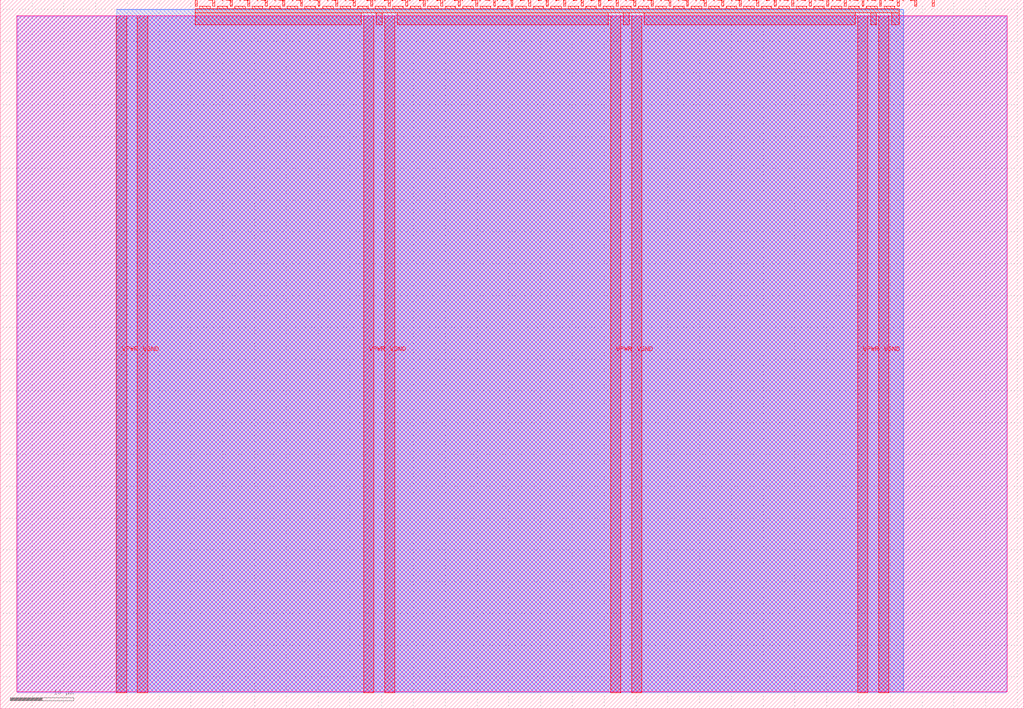
<source format=lef>
VERSION 5.7 ;
  NOWIREEXTENSIONATPIN ON ;
  DIVIDERCHAR "/" ;
  BUSBITCHARS "[]" ;
MACRO tt_um_wokwi_441382314812372993
  CLASS BLOCK ;
  FOREIGN tt_um_wokwi_441382314812372993 ;
  ORIGIN 0.000 0.000 ;
  SIZE 161.000 BY 111.520 ;
  PIN VGND
    DIRECTION INOUT ;
    USE GROUND ;
    PORT
      LAYER met4 ;
        RECT 21.580 2.480 23.180 109.040 ;
    END
    PORT
      LAYER met4 ;
        RECT 60.450 2.480 62.050 109.040 ;
    END
    PORT
      LAYER met4 ;
        RECT 99.320 2.480 100.920 109.040 ;
    END
    PORT
      LAYER met4 ;
        RECT 138.190 2.480 139.790 109.040 ;
    END
  END VGND
  PIN VPWR
    DIRECTION INOUT ;
    USE POWER ;
    PORT
      LAYER met4 ;
        RECT 18.280 2.480 19.880 109.040 ;
    END
    PORT
      LAYER met4 ;
        RECT 57.150 2.480 58.750 109.040 ;
    END
    PORT
      LAYER met4 ;
        RECT 96.020 2.480 97.620 109.040 ;
    END
    PORT
      LAYER met4 ;
        RECT 134.890 2.480 136.490 109.040 ;
    END
  END VPWR
  PIN clk
    DIRECTION INPUT ;
    USE SIGNAL ;
    PORT
      LAYER met4 ;
        RECT 143.830 110.520 144.130 111.520 ;
    END
  END clk
  PIN ena
    DIRECTION INPUT ;
    USE SIGNAL ;
    PORT
      LAYER met4 ;
        RECT 146.590 110.520 146.890 111.520 ;
    END
  END ena
  PIN rst_n
    DIRECTION INPUT ;
    USE SIGNAL ;
    ANTENNAGATEAREA 0.159000 ;
    PORT
      LAYER met4 ;
        RECT 141.070 110.520 141.370 111.520 ;
    END
  END rst_n
  PIN ui_in[0]
    DIRECTION INPUT ;
    USE SIGNAL ;
    ANTENNAGATEAREA 0.196500 ;
    PORT
      LAYER met4 ;
        RECT 138.310 110.520 138.610 111.520 ;
    END
  END ui_in[0]
  PIN ui_in[1]
    DIRECTION INPUT ;
    USE SIGNAL ;
    ANTENNAGATEAREA 0.196500 ;
    PORT
      LAYER met4 ;
        RECT 135.550 110.520 135.850 111.520 ;
    END
  END ui_in[1]
  PIN ui_in[2]
    DIRECTION INPUT ;
    USE SIGNAL ;
    ANTENNAGATEAREA 0.196500 ;
    PORT
      LAYER met4 ;
        RECT 132.790 110.520 133.090 111.520 ;
    END
  END ui_in[2]
  PIN ui_in[3]
    DIRECTION INPUT ;
    USE SIGNAL ;
    ANTENNAGATEAREA 0.196500 ;
    PORT
      LAYER met4 ;
        RECT 130.030 110.520 130.330 111.520 ;
    END
  END ui_in[3]
  PIN ui_in[4]
    DIRECTION INPUT ;
    USE SIGNAL ;
    ANTENNAGATEAREA 0.196500 ;
    PORT
      LAYER met4 ;
        RECT 127.270 110.520 127.570 111.520 ;
    END
  END ui_in[4]
  PIN ui_in[5]
    DIRECTION INPUT ;
    USE SIGNAL ;
    ANTENNAGATEAREA 0.196500 ;
    PORT
      LAYER met4 ;
        RECT 124.510 110.520 124.810 111.520 ;
    END
  END ui_in[5]
  PIN ui_in[6]
    DIRECTION INPUT ;
    USE SIGNAL ;
    ANTENNAGATEAREA 0.196500 ;
    PORT
      LAYER met4 ;
        RECT 121.750 110.520 122.050 111.520 ;
    END
  END ui_in[6]
  PIN ui_in[7]
    DIRECTION INPUT ;
    USE SIGNAL ;
    ANTENNAGATEAREA 0.196500 ;
    PORT
      LAYER met4 ;
        RECT 118.990 110.520 119.290 111.520 ;
    END
  END ui_in[7]
  PIN uio_in[0]
    DIRECTION INPUT ;
    USE SIGNAL ;
    PORT
      LAYER met4 ;
        RECT 116.230 110.520 116.530 111.520 ;
    END
  END uio_in[0]
  PIN uio_in[1]
    DIRECTION INPUT ;
    USE SIGNAL ;
    PORT
      LAYER met4 ;
        RECT 113.470 110.520 113.770 111.520 ;
    END
  END uio_in[1]
  PIN uio_in[2]
    DIRECTION INPUT ;
    USE SIGNAL ;
    PORT
      LAYER met4 ;
        RECT 110.710 110.520 111.010 111.520 ;
    END
  END uio_in[2]
  PIN uio_in[3]
    DIRECTION INPUT ;
    USE SIGNAL ;
    PORT
      LAYER met4 ;
        RECT 107.950 110.520 108.250 111.520 ;
    END
  END uio_in[3]
  PIN uio_in[4]
    DIRECTION INPUT ;
    USE SIGNAL ;
    PORT
      LAYER met4 ;
        RECT 105.190 110.520 105.490 111.520 ;
    END
  END uio_in[4]
  PIN uio_in[5]
    DIRECTION INPUT ;
    USE SIGNAL ;
    PORT
      LAYER met4 ;
        RECT 102.430 110.520 102.730 111.520 ;
    END
  END uio_in[5]
  PIN uio_in[6]
    DIRECTION INPUT ;
    USE SIGNAL ;
    PORT
      LAYER met4 ;
        RECT 99.670 110.520 99.970 111.520 ;
    END
  END uio_in[6]
  PIN uio_in[7]
    DIRECTION INPUT ;
    USE SIGNAL ;
    PORT
      LAYER met4 ;
        RECT 96.910 110.520 97.210 111.520 ;
    END
  END uio_in[7]
  PIN uio_oe[0]
    DIRECTION OUTPUT ;
    USE SIGNAL ;
    PORT
      LAYER met4 ;
        RECT 49.990 110.520 50.290 111.520 ;
    END
  END uio_oe[0]
  PIN uio_oe[1]
    DIRECTION OUTPUT ;
    USE SIGNAL ;
    PORT
      LAYER met4 ;
        RECT 47.230 110.520 47.530 111.520 ;
    END
  END uio_oe[1]
  PIN uio_oe[2]
    DIRECTION OUTPUT ;
    USE SIGNAL ;
    PORT
      LAYER met4 ;
        RECT 44.470 110.520 44.770 111.520 ;
    END
  END uio_oe[2]
  PIN uio_oe[3]
    DIRECTION OUTPUT ;
    USE SIGNAL ;
    PORT
      LAYER met4 ;
        RECT 41.710 110.520 42.010 111.520 ;
    END
  END uio_oe[3]
  PIN uio_oe[4]
    DIRECTION OUTPUT ;
    USE SIGNAL ;
    PORT
      LAYER met4 ;
        RECT 38.950 110.520 39.250 111.520 ;
    END
  END uio_oe[4]
  PIN uio_oe[5]
    DIRECTION OUTPUT ;
    USE SIGNAL ;
    PORT
      LAYER met4 ;
        RECT 36.190 110.520 36.490 111.520 ;
    END
  END uio_oe[5]
  PIN uio_oe[6]
    DIRECTION OUTPUT ;
    USE SIGNAL ;
    PORT
      LAYER met4 ;
        RECT 33.430 110.520 33.730 111.520 ;
    END
  END uio_oe[6]
  PIN uio_oe[7]
    DIRECTION OUTPUT ;
    USE SIGNAL ;
    PORT
      LAYER met4 ;
        RECT 30.670 110.520 30.970 111.520 ;
    END
  END uio_oe[7]
  PIN uio_out[0]
    DIRECTION OUTPUT ;
    USE SIGNAL ;
    PORT
      LAYER met4 ;
        RECT 72.070 110.520 72.370 111.520 ;
    END
  END uio_out[0]
  PIN uio_out[1]
    DIRECTION OUTPUT ;
    USE SIGNAL ;
    PORT
      LAYER met4 ;
        RECT 69.310 110.520 69.610 111.520 ;
    END
  END uio_out[1]
  PIN uio_out[2]
    DIRECTION OUTPUT ;
    USE SIGNAL ;
    PORT
      LAYER met4 ;
        RECT 66.550 110.520 66.850 111.520 ;
    END
  END uio_out[2]
  PIN uio_out[3]
    DIRECTION OUTPUT ;
    USE SIGNAL ;
    PORT
      LAYER met4 ;
        RECT 63.790 110.520 64.090 111.520 ;
    END
  END uio_out[3]
  PIN uio_out[4]
    DIRECTION OUTPUT ;
    USE SIGNAL ;
    PORT
      LAYER met4 ;
        RECT 61.030 110.520 61.330 111.520 ;
    END
  END uio_out[4]
  PIN uio_out[5]
    DIRECTION OUTPUT ;
    USE SIGNAL ;
    PORT
      LAYER met4 ;
        RECT 58.270 110.520 58.570 111.520 ;
    END
  END uio_out[5]
  PIN uio_out[6]
    DIRECTION OUTPUT ;
    USE SIGNAL ;
    PORT
      LAYER met4 ;
        RECT 55.510 110.520 55.810 111.520 ;
    END
  END uio_out[6]
  PIN uio_out[7]
    DIRECTION OUTPUT ;
    USE SIGNAL ;
    PORT
      LAYER met4 ;
        RECT 52.750 110.520 53.050 111.520 ;
    END
  END uio_out[7]
  PIN uo_out[0]
    DIRECTION OUTPUT ;
    USE SIGNAL ;
    ANTENNADIFFAREA 0.445500 ;
    PORT
      LAYER met4 ;
        RECT 94.150 110.520 94.450 111.520 ;
    END
  END uo_out[0]
  PIN uo_out[1]
    DIRECTION OUTPUT ;
    USE SIGNAL ;
    ANTENNADIFFAREA 0.445500 ;
    PORT
      LAYER met4 ;
        RECT 91.390 110.520 91.690 111.520 ;
    END
  END uo_out[1]
  PIN uo_out[2]
    DIRECTION OUTPUT ;
    USE SIGNAL ;
    ANTENNADIFFAREA 0.445500 ;
    PORT
      LAYER met4 ;
        RECT 88.630 110.520 88.930 111.520 ;
    END
  END uo_out[2]
  PIN uo_out[3]
    DIRECTION OUTPUT ;
    USE SIGNAL ;
    ANTENNADIFFAREA 0.445500 ;
    PORT
      LAYER met4 ;
        RECT 85.870 110.520 86.170 111.520 ;
    END
  END uo_out[3]
  PIN uo_out[4]
    DIRECTION OUTPUT ;
    USE SIGNAL ;
    ANTENNADIFFAREA 0.445500 ;
    PORT
      LAYER met4 ;
        RECT 83.110 110.520 83.410 111.520 ;
    END
  END uo_out[4]
  PIN uo_out[5]
    DIRECTION OUTPUT ;
    USE SIGNAL ;
    ANTENNADIFFAREA 0.445500 ;
    PORT
      LAYER met4 ;
        RECT 80.350 110.520 80.650 111.520 ;
    END
  END uo_out[5]
  PIN uo_out[6]
    DIRECTION OUTPUT ;
    USE SIGNAL ;
    ANTENNADIFFAREA 0.445500 ;
    PORT
      LAYER met4 ;
        RECT 77.590 110.520 77.890 111.520 ;
    END
  END uo_out[6]
  PIN uo_out[7]
    DIRECTION OUTPUT ;
    USE SIGNAL ;
    ANTENNADIFFAREA 0.445500 ;
    PORT
      LAYER met4 ;
        RECT 74.830 110.520 75.130 111.520 ;
    END
  END uo_out[7]
  OBS
      LAYER nwell ;
        RECT 2.570 2.635 158.430 108.990 ;
      LAYER li1 ;
        RECT 2.760 2.635 158.240 108.885 ;
      LAYER met1 ;
        RECT 2.760 2.480 158.240 109.040 ;
      LAYER met2 ;
        RECT 18.310 2.535 142.050 110.005 ;
      LAYER met3 ;
        RECT 18.290 2.555 142.075 109.985 ;
      LAYER met4 ;
        RECT 31.370 110.120 33.030 110.520 ;
        RECT 34.130 110.120 35.790 110.520 ;
        RECT 36.890 110.120 38.550 110.520 ;
        RECT 39.650 110.120 41.310 110.520 ;
        RECT 42.410 110.120 44.070 110.520 ;
        RECT 45.170 110.120 46.830 110.520 ;
        RECT 47.930 110.120 49.590 110.520 ;
        RECT 50.690 110.120 52.350 110.520 ;
        RECT 53.450 110.120 55.110 110.520 ;
        RECT 56.210 110.120 57.870 110.520 ;
        RECT 58.970 110.120 60.630 110.520 ;
        RECT 61.730 110.120 63.390 110.520 ;
        RECT 64.490 110.120 66.150 110.520 ;
        RECT 67.250 110.120 68.910 110.520 ;
        RECT 70.010 110.120 71.670 110.520 ;
        RECT 72.770 110.120 74.430 110.520 ;
        RECT 75.530 110.120 77.190 110.520 ;
        RECT 78.290 110.120 79.950 110.520 ;
        RECT 81.050 110.120 82.710 110.520 ;
        RECT 83.810 110.120 85.470 110.520 ;
        RECT 86.570 110.120 88.230 110.520 ;
        RECT 89.330 110.120 90.990 110.520 ;
        RECT 92.090 110.120 93.750 110.520 ;
        RECT 94.850 110.120 96.510 110.520 ;
        RECT 97.610 110.120 99.270 110.520 ;
        RECT 100.370 110.120 102.030 110.520 ;
        RECT 103.130 110.120 104.790 110.520 ;
        RECT 105.890 110.120 107.550 110.520 ;
        RECT 108.650 110.120 110.310 110.520 ;
        RECT 111.410 110.120 113.070 110.520 ;
        RECT 114.170 110.120 115.830 110.520 ;
        RECT 116.930 110.120 118.590 110.520 ;
        RECT 119.690 110.120 121.350 110.520 ;
        RECT 122.450 110.120 124.110 110.520 ;
        RECT 125.210 110.120 126.870 110.520 ;
        RECT 127.970 110.120 129.630 110.520 ;
        RECT 130.730 110.120 132.390 110.520 ;
        RECT 133.490 110.120 135.150 110.520 ;
        RECT 136.250 110.120 137.910 110.520 ;
        RECT 139.010 110.120 140.670 110.520 ;
        RECT 30.655 109.440 141.385 110.120 ;
        RECT 30.655 107.615 56.750 109.440 ;
        RECT 59.150 107.615 60.050 109.440 ;
        RECT 62.450 107.615 95.620 109.440 ;
        RECT 98.020 107.615 98.920 109.440 ;
        RECT 101.320 107.615 134.490 109.440 ;
        RECT 136.890 107.615 137.790 109.440 ;
        RECT 140.190 107.615 141.385 109.440 ;
  END
END tt_um_wokwi_441382314812372993
END LIBRARY


</source>
